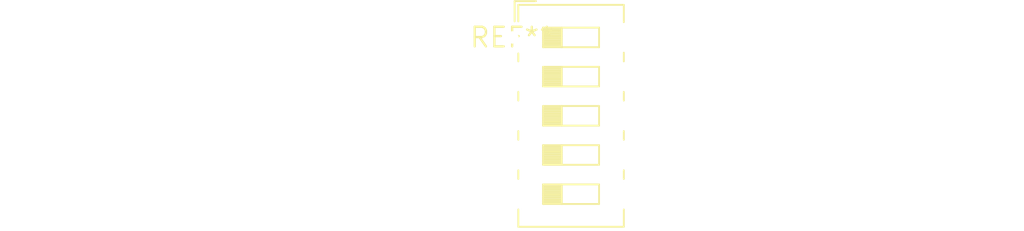
<source format=kicad_pcb>
(kicad_pcb (version 20240108) (generator pcbnew)
  (layers (0 "F.Cu" signal) (31 "B.Cu" signal) (34 "B.Paste" user) (35 "F.Paste" user) (36 "B.SilkS" user "B.Silkscreen") (37 "F.SilkS" user "F.Silkscreen") (38 "B.Mask" user) (39 "F.Mask" user) (44 "Edge.Cuts" user))
  (net 0 "")
  (footprint "SW_DIP_SPSTx05_Slide_6.7x14.26mm_W7.62mm_P2.54mm_LowProfile" (layer "F.Cu") (at 0 0)
    (property "Reference" "REF**")
    (property "Value" "SW_DIP_SPSTx05_Slide_6.7x14.26mm_W7.62mm_P2.54mm_LowProfile")
    (fp_line (start 0.16 -2.35) (end 0.16 -1.04) (layer "F.SilkS") (stroke (width 0.12)))
    (fp_line (start 0.16 -2.35) (end 1.543 -2.35) (layer "F.SilkS") (stroke (width 0.12)))
    (fp_line (start 0.4 -2.11) (end 0.4 -1.04) (layer "F.SilkS") (stroke (width 0.12)))
    (fp_line (start 0.4 -2.11) (end 7.221 -2.11) (layer "F.SilkS") (stroke (width 0.12)))
    (fp_line (start 0.4 1.04) (end 0.4 1.551) (layer "F.SilkS") (stroke (width 0.12)))
    (fp_line (start 0.4 3.53) (end 0.4 4.091) (layer "F.SilkS") (stroke (width 0.12)))
    (fp_line (start 0.4 6.07) (end 0.4 6.631) (layer "F.SilkS") (stroke (width 0.12)))
    (fp_line (start 0.4 8.61) (end 0.4 9.17) (layer "F.SilkS") (stroke (width 0.12)))
    (fp_line (start 0.4 11.15) (end 0.4 12.271) (layer "F.SilkS") (stroke (width 0.12)))
    (fp_line (start 0.4 12.271) (end 7.221 12.271) (layer "F.SilkS") (stroke (width 0.12)))
    (fp_line (start 2 -0.635) (end 2 0.635) (layer "F.SilkS") (stroke (width 0.12)))
    (fp_line (start 2 -0.515) (end 3.206667 -0.515) (layer "F.SilkS") (stroke (width 0.12)))
    (fp_line (start 2 -0.395) (end 3.206667 -0.395) (layer "F.SilkS") (stroke (width 0.12)))
    (fp_line (start 2 -0.275) (end 3.206667 -0.275) (layer "F.SilkS") (stroke (width 0.12)))
    (fp_line (start 2 -0.155) (end 3.206667 -0.155) (layer "F.SilkS") (stroke (width 0.12)))
    (fp_line (start 2 -0.035) (end 3.206667 -0.035) (layer "F.SilkS") (stroke (width 0.12)))
    (fp_line (start 2 0.085) (end 3.206667 0.085) (layer "F.SilkS") (stroke (width 0.12)))
    (fp_line (start 2 0.205) (end 3.206667 0.205) (layer "F.SilkS") (stroke (width 0.12)))
    (fp_line (start 2 0.325) (end 3.206667 0.325) (layer "F.SilkS") (stroke (width 0.12)))
    (fp_line (start 2 0.445) (end 3.206667 0.445) (layer "F.SilkS") (stroke (width 0.12)))
    (fp_line (start 2 0.565) (end 3.206667 0.565) (layer "F.SilkS") (stroke (width 0.12)))
    (fp_line (start 2 0.635) (end 5.62 0.635) (layer "F.SilkS") (stroke (width 0.12)))
    (fp_line (start 2 1.905) (end 2 3.175) (layer "F.SilkS") (stroke (width 0.12)))
    (fp_line (start 2 2.025) (end 3.206667 2.025) (layer "F.SilkS") (stroke (width 0.12)))
    (fp_line (start 2 2.145) (end 3.206667 2.145) (layer "F.SilkS") (stroke (width 0.12)))
    (fp_line (start 2 2.265) (end 3.206667 2.265) (layer "F.SilkS") (stroke (width 0.12)))
    (fp_line (start 2 2.385) (end 3.206667 2.385) (layer "F.SilkS") (stroke (width 0.12)))
    (fp_line (start 2 2.505) (end 3.206667 2.505) (layer "F.SilkS") (stroke (width 0.12)))
    (fp_line (start 2 2.625) (end 3.206667 2.625) (layer "F.SilkS") (stroke (width 0.12)))
    (fp_line (start 2 2.745) (end 3.206667 2.745) (layer "F.SilkS") (stroke (width 0.12)))
    (fp_line (start 2 2.865) (end 3.206667 2.865) (layer "F.SilkS") (stroke (width 0.12)))
    (fp_line (start 2 2.985) (end 3.206667 2.985) (layer "F.SilkS") (stroke (width 0.12)))
    (fp_line (start 2 3.105) (end 3.206667 3.105) (layer "F.SilkS") (stroke (width 0.12)))
    (fp_line (start 2 3.175) (end 5.62 3.175) (layer "F.SilkS") (stroke (width 0.12)))
    (fp_line (start 2 4.445) (end 2 5.715) (layer "F.SilkS") (stroke (width 0.12)))
    (fp_line (start 2 4.565) (end 3.206667 4.565) (layer "F.SilkS") (stroke (width 0.12)))
    (fp_line (start 2 4.685) (end 3.206667 4.685) (layer "F.SilkS") (stroke (width 0.12)))
    (fp_line (start 2 4.805) (end 3.206667 4.805) (layer "F.SilkS") (stroke (width 0.12)))
    (fp_line (start 2 4.925) (end 3.206667 4.925) (layer "F.SilkS") (stroke (width 0.12)))
    (fp_line (start 2 5.045) (end 3.206667 5.045) (layer "F.SilkS") (stroke (width 0.12)))
    (fp_line (start 2 5.165) (end 3.206667 5.165) (layer "F.SilkS") (stroke (width 0.12)))
    (fp_line (start 2 5.285) (end 3.206667 5.285) (layer "F.SilkS") (stroke (width 0.12)))
    (fp_line (start 2 5.405) (end 3.206667 5.405) (layer "F.SilkS") (stroke (width 0.12)))
    (fp_line (start 2 5.525) (end 3.206667 5.525) (layer "F.SilkS") (stroke (width 0.12)))
    (fp_line (start 2 5.645) (end 3.206667 5.645) (layer "F.SilkS") (stroke (width 0.12)))
    (fp_line (start 2 5.715) (end 5.62 5.715) (layer "F.SilkS") (stroke (width 0.12)))
    (fp_line (start 2 6.985) (end 2 8.255) (layer "F.SilkS") (stroke (width 0.12)))
    (fp_line (start 2 7.105) (end 3.206667 7.105) (layer "F.SilkS") (stroke (width 0.12)))
    (fp_line (start 2 7.225) (end 3.206667 7.225) (layer "F.SilkS") (stroke (width 0.12)))
    (fp_line (start 2 7.345) (end 3.206667 7.345) (layer "F.SilkS") (stroke (width 0.12)))
    (fp_line (start 2 7.465) (end 3.206667 7.465) (layer "F.SilkS") (stroke (width 0.12)))
    (fp_line (start 2 7.585) (end 3.206667 7.585) (layer "F.SilkS") (stroke (width 0.12)))
    (fp_line (start 2 7.705) (end 3.206667 7.705) (layer "F.SilkS") (stroke (width 0.12)))
    (fp_line (start 2 7.825) (end 3.206667 7.825) (layer "F.SilkS") (stroke (width 0.12)))
    (fp_line (start 2 7.945) (end 3.206667 7.945) (layer "F.SilkS") (stroke (width 0.12)))
    (fp_line (start 2 8.065) (end 3.206667 8.065) (layer "F.SilkS") (stroke (width 0.12)))
    (fp_line (start 2 8.185) (end 3.206667 8.185) (layer "F.SilkS") (stroke (width 0.12)))
    (fp_line (start 2 8.255) (end 5.62 8.255) (layer "F.SilkS") (stroke (width 0.12)))
    (fp_line (start 2 9.525) (end 2 10.795) (layer "F.SilkS") (stroke (width 0.12)))
    (fp_line (start 2 9.645) (end 3.206667 9.645) (layer "F.SilkS") (stroke (width 0.12)))
    (fp_line (start 2 9.765) (end 3.206667 9.765) (layer "F.SilkS") (stroke (width 0.12)))
    (fp_line (start 2 9.885) (end 3.206667 9.885) (layer "F.SilkS") (stroke (width 0.12)))
    (fp_line (start 2 10.005) (end 3.206667 10.005) (layer "F.SilkS") (stroke (width 0.12)))
    (fp_line (start 2 10.125) (end 3.206667 10.125) (layer "F.SilkS") (stroke (width 0.12)))
    (fp_line (start 2 10.245) (end 3.206667 10.245) (layer "F.SilkS") (stroke (width 0.12)))
    (fp_line (start 2 10.365) (end 3.206667 10.365) (layer "F.SilkS") (stroke (width 0.12)))
    (fp_line (start 2 10.485) (end 3.206667 10.485) (layer "F.SilkS") (stroke (width 0.12)))
    (fp_line (start 2 10.605) (end 3.206667 10.605) (layer "F.SilkS") (stroke (width 0.12)))
    (fp_line (start 2 10.725) (end 3.206667 10.725) (layer "F.SilkS") (stroke (width 0.12)))
    (fp_line (start 2 10.795) (end 5.62 10.795) (layer "F.SilkS") (stroke (width 0.12)))
    (fp_line (start 3.206667 -0.635) (end 3.206667 0.635) (layer "F.SilkS") (stroke (width 0.12)))
    (fp_line (start 3.206667 1.905) (end 3.206667 3.175) (layer "F.SilkS") (stroke (width 0.12)))
    (fp_line (start 3.206667 4.445) (end 3.206667 5.715) (layer "F.SilkS") (stroke (width 0.12)))
    (fp_line (start 3.206667 6.985) (end 3.206667 8.255) (layer "F.SilkS") (stroke (width 0.12)))
    (fp_line (start 3.206667 9.525) (end 3.206667 10.795) (layer "F.SilkS") (stroke (width 0.12)))
    (fp_line (start 5.62 -0.635) (end 2 -0.635) (layer "F.SilkS") (stroke (width 0.12)))
    (fp_line (start 5.62 0.635) (end 5.62 -0.635) (layer "F.SilkS") (stroke (width 0.12)))
    (fp_line (start 5.62 1.905) (end 2 1.905) (layer "F.SilkS") (stroke (width 0.12)))
    (fp_line (start 5.62 3.175) (end 5.62 1.905) (layer "F.SilkS") (stroke (width 0.12)))
    (fp_line (start 5.62 4.445) (end 2 4.445) (layer "F.SilkS") (stroke (width 0.12)))
    (fp_line (start 5.62 5.715) (end 5.62 4.445) (layer "F.SilkS") (stroke (width 0.12)))
    (fp_line (start 5.62 6.985) (end 2 6.985) (layer "F.SilkS") (stroke (width 0.12)))
    (fp_line (start 5.62 8.255) (end 5.62 6.985) (layer "F.SilkS") (stroke (width 0.12)))
    (fp_line (start 5.62 9.525) (end 2 9.525) (layer "F.SilkS") (stroke (width 0.12)))
    (fp_line (start 5.62 10.795) (end 5.62 9.525) (layer "F.SilkS") (stroke (width 0.12)))
    (fp_line (start 7.221 -2.11) (end 7.221 -0.99) (layer "F.SilkS") (stroke (width 0.12)))
    (fp_line (start 7.221 0.99) (end 7.221 1.551) (layer "F.SilkS") (stroke (width 0.12)))
    (fp_line (start 7.221 3.53) (end 7.221 4.091) (layer "F.SilkS") (stroke (width 0.12)))
    (fp_line (start 7.221 6.07) (end 7.221 6.631) (layer "F.SilkS") (stroke (width 0.12)))
    (fp_line (start 7.221 8.61) (end 7.221 9.17) (layer "F.SilkS") (stroke (width 0.12)))
    (fp_line (start 7.221 11.15) (end 7.221 12.271) (layer "F.SilkS") (stroke (width 0.12)))
    (pad "1" thru_hole rect (at 0 0) (size 1.6 1.6) (drill 0.8) (layers *.Cu *.Mask) (remove_unused_layers))
    (pad "2" thru_hole oval (at 0 2.54) (size 1.6 1.6) (drill 0.8) (layers *.Cu *.Mask) (remove_unused_layers))
    (pad "3" thru_hole oval (at 0 5.08) (size 1.6 1.6) (drill 0.8) (layers *.Cu *.Mask) (remove_unused_layers))
    (pad "4" thru_hole oval (at 0 7.62) (size 1.6 1.6) (drill 0.8) (layers *.Cu *.Mask) (remove_unused_layers))
    (pad "5" thru_hole oval (at 0 10.16) (size 1.6 1.6) (drill 0.8) (layers *.Cu *.Mask) (remove_unused_layers))
    (pad "6" thru_hole oval (at 7.62 10.16) (size 1.6 1.6) (drill 0.8) (layers *.Cu *.Mask) (remove_unused_layers))
    (pad "7" thru_hole oval (at 7.62 7.62) (size 1.6 1.6) (drill 0.8) (layers *.Cu *.Mask) (remove_unused_layers))
    (pad "8" thru_hole oval (at 7.62 5.08) (size 1.6 1.6) (drill 0.8) (layers *.Cu *.Mask) (remove_unused_layers))
    (pad "9" thru_hole oval (at 7.62 2.54) (size 1.6 1.6) (drill 0.8) (layers *.Cu *.Mask) (remove_unused_layers))
    (pad "10" thru_hole oval (at 7.62 0) (size 1.6 1.6) (drill 0.8) (layers *.Cu *.Mask) (remove_unused_layers))
  )
)
</source>
